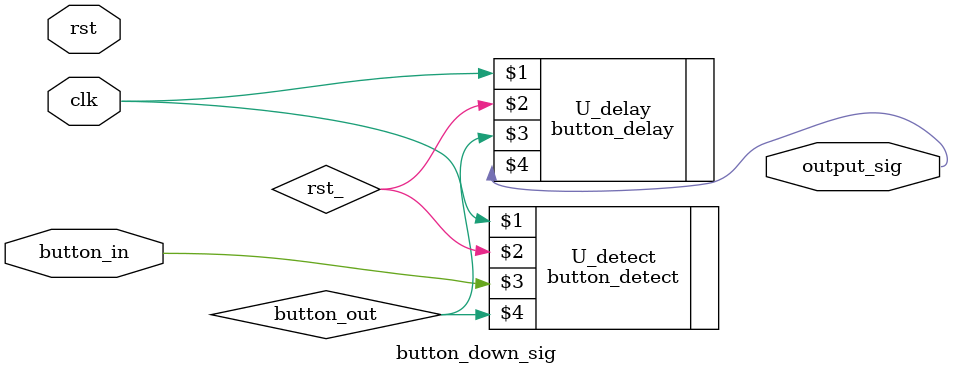
<source format=v>
module button_down_sig(
  clk,rst,button_in,output_sig
    );
   input clk,rst;
   input button_in;
   output output_sig;
   wire button_out;
   button_detect U_detect( clk,rst_,button_in,button_out);
   button_delay U_delay(clk,rst_,button_out,output_sig);

endmodule
</source>
